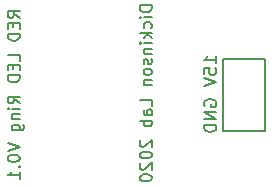
<source format=gbr>
G04 #@! TF.GenerationSoftware,KiCad,Pcbnew,6.0.8-f2edbf62ab~116~ubuntu22.04.1*
G04 #@! TF.CreationDate,2023-01-10T16:41:05-08:00*
G04 #@! TF.ProjectId,led_ring,6c65645f-7269-46e6-972e-6b696361645f,rev?*
G04 #@! TF.SameCoordinates,Original*
G04 #@! TF.FileFunction,Legend,Bot*
G04 #@! TF.FilePolarity,Positive*
%FSLAX46Y46*%
G04 Gerber Fmt 4.6, Leading zero omitted, Abs format (unit mm)*
G04 Created by KiCad (PCBNEW 6.0.8-f2edbf62ab~116~ubuntu22.04.1) date 2023-01-10 16:41:05*
%MOMM*%
%LPD*%
G01*
G04 APERTURE LIST*
%ADD10C,0.203200*%
%ADD11C,0.200000*%
G04 APERTURE END LIST*
D10*
X61468000Y-51782617D02*
X61419619Y-51683194D01*
X61419619Y-51534060D01*
X61468000Y-51384925D01*
X61564761Y-51285502D01*
X61661523Y-51235791D01*
X61855047Y-51186080D01*
X62000190Y-51186080D01*
X62193714Y-51235791D01*
X62290476Y-51285502D01*
X62387238Y-51384925D01*
X62435619Y-51534060D01*
X62435619Y-51633482D01*
X62387238Y-51782617D01*
X62338857Y-51832328D01*
X62000190Y-51832328D01*
X62000190Y-51633482D01*
X62435619Y-52279731D02*
X61419619Y-52279731D01*
X62435619Y-52876268D01*
X61419619Y-52876268D01*
X62435619Y-53373382D02*
X61419619Y-53373382D01*
X61419619Y-53621940D01*
X61468000Y-53771074D01*
X61564761Y-53870497D01*
X61661523Y-53920208D01*
X61855047Y-53969920D01*
X62000190Y-53969920D01*
X62193714Y-53920208D01*
X62290476Y-53870497D01*
X62387238Y-53771074D01*
X62435619Y-53621940D01*
X62435619Y-53373382D01*
X62435619Y-48139047D02*
X62435619Y-47558476D01*
X62435619Y-47848761D02*
X61419619Y-47848761D01*
X61564761Y-47752000D01*
X61661523Y-47655238D01*
X61709904Y-47558476D01*
X61419619Y-49058285D02*
X61419619Y-48574476D01*
X61903428Y-48526095D01*
X61855047Y-48574476D01*
X61806666Y-48671238D01*
X61806666Y-48913142D01*
X61855047Y-49009904D01*
X61903428Y-49058285D01*
X62000190Y-49106666D01*
X62242095Y-49106666D01*
X62338857Y-49058285D01*
X62387238Y-49009904D01*
X62435619Y-48913142D01*
X62435619Y-48671238D01*
X62387238Y-48574476D01*
X62338857Y-48526095D01*
X61419619Y-49396952D02*
X62435619Y-49735619D01*
X61419619Y-50074285D01*
X56974619Y-43246523D02*
X55958619Y-43246523D01*
X55958619Y-43488428D01*
X56007000Y-43633571D01*
X56103761Y-43730333D01*
X56200523Y-43778714D01*
X56394047Y-43827095D01*
X56539190Y-43827095D01*
X56732714Y-43778714D01*
X56829476Y-43730333D01*
X56926238Y-43633571D01*
X56974619Y-43488428D01*
X56974619Y-43246523D01*
X56974619Y-44262523D02*
X56297285Y-44262523D01*
X55958619Y-44262523D02*
X56007000Y-44214142D01*
X56055380Y-44262523D01*
X56007000Y-44310904D01*
X55958619Y-44262523D01*
X56055380Y-44262523D01*
X56926238Y-45181761D02*
X56974619Y-45085000D01*
X56974619Y-44891476D01*
X56926238Y-44794714D01*
X56877857Y-44746333D01*
X56781095Y-44697952D01*
X56490809Y-44697952D01*
X56394047Y-44746333D01*
X56345666Y-44794714D01*
X56297285Y-44891476D01*
X56297285Y-45085000D01*
X56345666Y-45181761D01*
X56974619Y-45617190D02*
X55958619Y-45617190D01*
X56587571Y-45713952D02*
X56974619Y-46004238D01*
X56297285Y-46004238D02*
X56684333Y-45617190D01*
X56974619Y-46439666D02*
X56297285Y-46439666D01*
X55958619Y-46439666D02*
X56007000Y-46391285D01*
X56055380Y-46439666D01*
X56007000Y-46488047D01*
X55958619Y-46439666D01*
X56055380Y-46439666D01*
X56297285Y-46923476D02*
X56974619Y-46923476D01*
X56394047Y-46923476D02*
X56345666Y-46971857D01*
X56297285Y-47068619D01*
X56297285Y-47213761D01*
X56345666Y-47310523D01*
X56442428Y-47358904D01*
X56974619Y-47358904D01*
X56926238Y-47794333D02*
X56974619Y-47891095D01*
X56974619Y-48084619D01*
X56926238Y-48181380D01*
X56829476Y-48229761D01*
X56781095Y-48229761D01*
X56684333Y-48181380D01*
X56635952Y-48084619D01*
X56635952Y-47939476D01*
X56587571Y-47842714D01*
X56490809Y-47794333D01*
X56442428Y-47794333D01*
X56345666Y-47842714D01*
X56297285Y-47939476D01*
X56297285Y-48084619D01*
X56345666Y-48181380D01*
X56974619Y-48810333D02*
X56926238Y-48713571D01*
X56877857Y-48665190D01*
X56781095Y-48616809D01*
X56490809Y-48616809D01*
X56394047Y-48665190D01*
X56345666Y-48713571D01*
X56297285Y-48810333D01*
X56297285Y-48955476D01*
X56345666Y-49052238D01*
X56394047Y-49100619D01*
X56490809Y-49149000D01*
X56781095Y-49149000D01*
X56877857Y-49100619D01*
X56926238Y-49052238D01*
X56974619Y-48955476D01*
X56974619Y-48810333D01*
X56297285Y-49584428D02*
X56974619Y-49584428D01*
X56394047Y-49584428D02*
X56345666Y-49632809D01*
X56297285Y-49729571D01*
X56297285Y-49874714D01*
X56345666Y-49971476D01*
X56442428Y-50019857D01*
X56974619Y-50019857D01*
X56974619Y-51761571D02*
X56974619Y-51277761D01*
X55958619Y-51277761D01*
X56974619Y-52535666D02*
X56442428Y-52535666D01*
X56345666Y-52487285D01*
X56297285Y-52390523D01*
X56297285Y-52197000D01*
X56345666Y-52100238D01*
X56926238Y-52535666D02*
X56974619Y-52438904D01*
X56974619Y-52197000D01*
X56926238Y-52100238D01*
X56829476Y-52051857D01*
X56732714Y-52051857D01*
X56635952Y-52100238D01*
X56587571Y-52197000D01*
X56587571Y-52438904D01*
X56539190Y-52535666D01*
X56974619Y-53019476D02*
X55958619Y-53019476D01*
X56345666Y-53019476D02*
X56297285Y-53116238D01*
X56297285Y-53309761D01*
X56345666Y-53406523D01*
X56394047Y-53454904D01*
X56490809Y-53503285D01*
X56781095Y-53503285D01*
X56877857Y-53454904D01*
X56926238Y-53406523D01*
X56974619Y-53309761D01*
X56974619Y-53116238D01*
X56926238Y-53019476D01*
X56055380Y-54664428D02*
X56007000Y-54712809D01*
X55958619Y-54809571D01*
X55958619Y-55051476D01*
X56007000Y-55148238D01*
X56055380Y-55196619D01*
X56152142Y-55245000D01*
X56248904Y-55245000D01*
X56394047Y-55196619D01*
X56974619Y-54616047D01*
X56974619Y-55245000D01*
X55958619Y-55873952D02*
X55958619Y-55970714D01*
X56007000Y-56067476D01*
X56055380Y-56115857D01*
X56152142Y-56164238D01*
X56345666Y-56212619D01*
X56587571Y-56212619D01*
X56781095Y-56164238D01*
X56877857Y-56115857D01*
X56926238Y-56067476D01*
X56974619Y-55970714D01*
X56974619Y-55873952D01*
X56926238Y-55777190D01*
X56877857Y-55728809D01*
X56781095Y-55680428D01*
X56587571Y-55632047D01*
X56345666Y-55632047D01*
X56152142Y-55680428D01*
X56055380Y-55728809D01*
X56007000Y-55777190D01*
X55958619Y-55873952D01*
X56055380Y-56599666D02*
X56007000Y-56648047D01*
X55958619Y-56744809D01*
X55958619Y-56986714D01*
X56007000Y-57083476D01*
X56055380Y-57131857D01*
X56152142Y-57180238D01*
X56248904Y-57180238D01*
X56394047Y-57131857D01*
X56974619Y-56551285D01*
X56974619Y-57180238D01*
X55958619Y-57809190D02*
X55958619Y-57905952D01*
X56007000Y-58002714D01*
X56055380Y-58051095D01*
X56152142Y-58099476D01*
X56345666Y-58147857D01*
X56587571Y-58147857D01*
X56781095Y-58099476D01*
X56877857Y-58051095D01*
X56926238Y-58002714D01*
X56974619Y-57905952D01*
X56974619Y-57809190D01*
X56926238Y-57712428D01*
X56877857Y-57664047D01*
X56781095Y-57615666D01*
X56587571Y-57567285D01*
X56345666Y-57567285D01*
X56152142Y-57615666D01*
X56055380Y-57664047D01*
X56007000Y-57712428D01*
X55958619Y-57809190D01*
X45798619Y-44292761D02*
X45314809Y-43954095D01*
X45798619Y-43712190D02*
X44782619Y-43712190D01*
X44782619Y-44099238D01*
X44831000Y-44196000D01*
X44879380Y-44244380D01*
X44976142Y-44292761D01*
X45121285Y-44292761D01*
X45218047Y-44244380D01*
X45266428Y-44196000D01*
X45314809Y-44099238D01*
X45314809Y-43712190D01*
X45266428Y-44728190D02*
X45266428Y-45066857D01*
X45798619Y-45212000D02*
X45798619Y-44728190D01*
X44782619Y-44728190D01*
X44782619Y-45212000D01*
X45798619Y-45647428D02*
X44782619Y-45647428D01*
X44782619Y-45889333D01*
X44831000Y-46034476D01*
X44927761Y-46131238D01*
X45024523Y-46179619D01*
X45218047Y-46228000D01*
X45363190Y-46228000D01*
X45556714Y-46179619D01*
X45653476Y-46131238D01*
X45750238Y-46034476D01*
X45798619Y-45889333D01*
X45798619Y-45647428D01*
X45798619Y-47921333D02*
X45798619Y-47437523D01*
X44782619Y-47437523D01*
X45266428Y-48260000D02*
X45266428Y-48598666D01*
X45798619Y-48743809D02*
X45798619Y-48260000D01*
X44782619Y-48260000D01*
X44782619Y-48743809D01*
X45798619Y-49179238D02*
X44782619Y-49179238D01*
X44782619Y-49421142D01*
X44831000Y-49566285D01*
X44927761Y-49663047D01*
X45024523Y-49711428D01*
X45218047Y-49759809D01*
X45363190Y-49759809D01*
X45556714Y-49711428D01*
X45653476Y-49663047D01*
X45750238Y-49566285D01*
X45798619Y-49421142D01*
X45798619Y-49179238D01*
X45798619Y-51549904D02*
X45314809Y-51211238D01*
X45798619Y-50969333D02*
X44782619Y-50969333D01*
X44782619Y-51356380D01*
X44831000Y-51453142D01*
X44879380Y-51501523D01*
X44976142Y-51549904D01*
X45121285Y-51549904D01*
X45218047Y-51501523D01*
X45266428Y-51453142D01*
X45314809Y-51356380D01*
X45314809Y-50969333D01*
X45798619Y-51985333D02*
X45121285Y-51985333D01*
X44782619Y-51985333D02*
X44831000Y-51936952D01*
X44879380Y-51985333D01*
X44831000Y-52033714D01*
X44782619Y-51985333D01*
X44879380Y-51985333D01*
X45121285Y-52469142D02*
X45798619Y-52469142D01*
X45218047Y-52469142D02*
X45169666Y-52517523D01*
X45121285Y-52614285D01*
X45121285Y-52759428D01*
X45169666Y-52856190D01*
X45266428Y-52904571D01*
X45798619Y-52904571D01*
X45121285Y-53823809D02*
X45943761Y-53823809D01*
X46040523Y-53775428D01*
X46088904Y-53727047D01*
X46137285Y-53630285D01*
X46137285Y-53485142D01*
X46088904Y-53388380D01*
X45750238Y-53823809D02*
X45798619Y-53727047D01*
X45798619Y-53533523D01*
X45750238Y-53436761D01*
X45701857Y-53388380D01*
X45605095Y-53340000D01*
X45314809Y-53340000D01*
X45218047Y-53388380D01*
X45169666Y-53436761D01*
X45121285Y-53533523D01*
X45121285Y-53727047D01*
X45169666Y-53823809D01*
X44782619Y-54936571D02*
X45798619Y-55275238D01*
X44782619Y-55613904D01*
X44782619Y-56146095D02*
X44782619Y-56242857D01*
X44831000Y-56339619D01*
X44879380Y-56388000D01*
X44976142Y-56436380D01*
X45169666Y-56484761D01*
X45411571Y-56484761D01*
X45605095Y-56436380D01*
X45701857Y-56388000D01*
X45750238Y-56339619D01*
X45798619Y-56242857D01*
X45798619Y-56146095D01*
X45750238Y-56049333D01*
X45701857Y-56000952D01*
X45605095Y-55952571D01*
X45411571Y-55904190D01*
X45169666Y-55904190D01*
X44976142Y-55952571D01*
X44879380Y-56000952D01*
X44831000Y-56049333D01*
X44782619Y-56146095D01*
X45701857Y-56920190D02*
X45750238Y-56968571D01*
X45798619Y-56920190D01*
X45750238Y-56871809D01*
X45701857Y-56920190D01*
X45798619Y-56920190D01*
X45798619Y-57936190D02*
X45798619Y-57355619D01*
X45798619Y-57645904D02*
X44782619Y-57645904D01*
X44927761Y-57549142D01*
X45024523Y-57452380D01*
X45072904Y-57355619D01*
D11*
X66548000Y-47752000D02*
X62992000Y-47752000D01*
X66548000Y-53848000D02*
X66548000Y-47752000D01*
X62992000Y-53848000D02*
X66548000Y-53848000D01*
X62992000Y-47752000D02*
X62992000Y-53848000D01*
M02*

</source>
